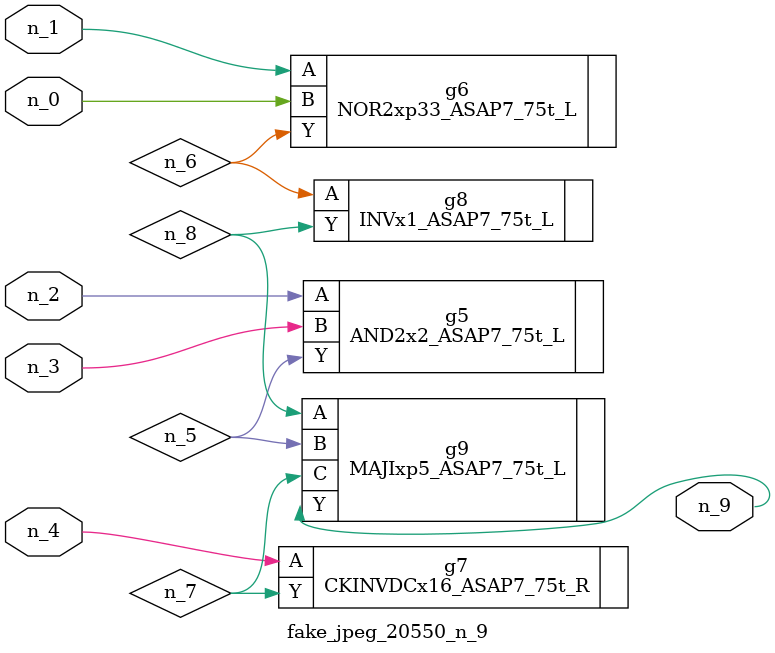
<source format=v>
module fake_jpeg_20550_n_9 (n_3, n_2, n_1, n_0, n_4, n_9);

input n_3;
input n_2;
input n_1;
input n_0;
input n_4;

output n_9;

wire n_8;
wire n_6;
wire n_5;
wire n_7;

AND2x2_ASAP7_75t_L g5 ( 
.A(n_2),
.B(n_3),
.Y(n_5)
);

NOR2xp33_ASAP7_75t_L g6 ( 
.A(n_1),
.B(n_0),
.Y(n_6)
);

CKINVDCx16_ASAP7_75t_R g7 ( 
.A(n_4),
.Y(n_7)
);

INVx1_ASAP7_75t_L g8 ( 
.A(n_6),
.Y(n_8)
);

MAJIxp5_ASAP7_75t_L g9 ( 
.A(n_8),
.B(n_5),
.C(n_7),
.Y(n_9)
);


endmodule
</source>
